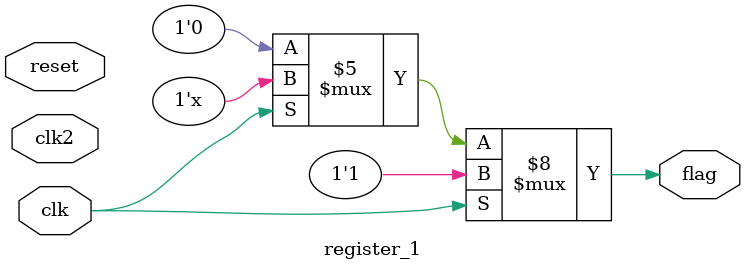
<source format=sv>
module register_1 (
    input logic clk, clk2, reset,
    output logic flag
);



always_comb begin
	if (reset)
		flag = 0;
	if(clk)
    flag =1 ;
	 else if(clk2)
	 flag = 0;
	 else
	 flag = 0;
end


endmodule

</source>
